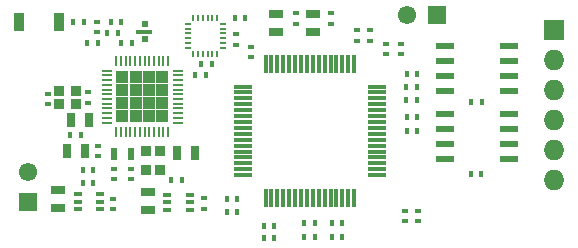
<source format=gts>
G04 #@! TF.FileFunction,Soldermask,Top*
%FSLAX46Y46*%
G04 Gerber Fmt 4.6, Leading zero omitted, Abs format (unit mm)*
G04 Created by KiCad (PCBNEW 4.0.6) date 12/04/17 16:36:58*
%MOMM*%
%LPD*%
G01*
G04 APERTURE LIST*
%ADD10C,0.150000*%
%ADD11R,0.428780X0.629440*%
%ADD12R,1.530000X0.330000*%
%ADD13R,0.330000X1.530000*%
%ADD14R,1.173000X0.665000*%
%ADD15R,0.629440X0.428780*%
%ADD16R,0.230000X0.530000*%
%ADD17R,0.230000X0.580000*%
%ADD18R,0.530000X0.230000*%
%ADD19R,0.580000X0.230000*%
%ADD20R,0.730000X0.330000*%
%ADD21R,0.630000X0.630000*%
%ADD22R,1.554000X1.554000*%
%ADD23C,1.554000*%
%ADD24R,0.830000X0.830000*%
%ADD25R,0.680000X0.430000*%
%ADD26R,0.665000X1.173000*%
%ADD27R,0.930000X0.830000*%
%ADD28R,0.830000X1.630000*%
%ADD29R,0.230000X0.830000*%
%ADD30R,0.830000X0.230000*%
%ADD31R,1.142500X1.142500*%
%ADD32R,0.630000X1.130000*%
%ADD33R,1.730000X1.730000*%
%ADD34O,1.730000X1.730000*%
%ADD35R,1.580000X0.630000*%
G04 APERTURE END LIST*
D10*
D11*
X305650420Y-134470000D03*
X306549580Y-134470000D03*
X305630420Y-140530000D03*
X306529580Y-140530000D03*
D12*
X297700000Y-140650000D03*
X297700000Y-140150000D03*
X297700000Y-139650000D03*
X297700000Y-139150000D03*
X297700000Y-138650000D03*
X297700000Y-138150000D03*
X297700000Y-137650000D03*
X297700000Y-137150000D03*
X297700000Y-136650000D03*
X297700000Y-136150000D03*
X297700000Y-135650000D03*
X297700000Y-135150000D03*
X297700000Y-134650000D03*
X297700000Y-134150000D03*
X297700000Y-133650000D03*
X297700000Y-133150000D03*
D13*
X295750000Y-131200000D03*
X295250000Y-131200000D03*
X294750000Y-131200000D03*
X294250000Y-131200000D03*
X293750000Y-131200000D03*
X293250000Y-131200000D03*
X292750000Y-131200000D03*
X292250000Y-131200000D03*
X291750000Y-131200000D03*
X291250000Y-131200000D03*
X290750000Y-131200000D03*
X290250000Y-131200000D03*
X289750000Y-131200000D03*
X289250000Y-131200000D03*
X288750000Y-131200000D03*
X288250000Y-131200000D03*
D12*
X286300000Y-133150000D03*
X286300000Y-133650000D03*
X286300000Y-134150000D03*
X286300000Y-134650000D03*
X286300000Y-135150000D03*
X286300000Y-135650000D03*
X286300000Y-136150000D03*
X286300000Y-136650000D03*
X286300000Y-137150000D03*
X286300000Y-137650000D03*
X286300000Y-138150000D03*
X286300000Y-138650000D03*
X286300000Y-139150000D03*
X286300000Y-139650000D03*
X286300000Y-140150000D03*
X286300000Y-140650000D03*
D13*
X288250000Y-142600000D03*
X288750000Y-142600000D03*
X289250000Y-142600000D03*
X289750000Y-142600000D03*
X290250000Y-142600000D03*
X290750000Y-142600000D03*
X291250000Y-142600000D03*
X291750000Y-142600000D03*
X292250000Y-142600000D03*
X292750000Y-142600000D03*
X293250000Y-142600000D03*
X293750000Y-142600000D03*
X294250000Y-142600000D03*
X294750000Y-142600000D03*
X295250000Y-142600000D03*
X295750000Y-142600000D03*
D14*
X278290000Y-142068000D03*
X278290000Y-143592000D03*
D15*
X283070000Y-143489580D03*
X283070000Y-142590420D03*
X274070000Y-139049580D03*
X274070000Y-138150420D03*
D16*
X282140000Y-130350000D03*
D17*
X282540000Y-130350000D03*
X282940000Y-130350000D03*
X283340000Y-130350000D03*
X283740000Y-130350000D03*
D16*
X284140000Y-130350000D03*
D18*
X284640000Y-129850000D03*
D19*
X284640000Y-129450000D03*
X284640000Y-129050000D03*
X284640000Y-128650000D03*
X284640000Y-128250000D03*
D18*
X284640000Y-127850000D03*
D16*
X284140000Y-127350000D03*
D17*
X283740000Y-127350000D03*
X283340000Y-127350000D03*
X282940000Y-127350000D03*
X282540000Y-127350000D03*
D16*
X282140000Y-127350000D03*
D18*
X281640000Y-127850000D03*
D19*
X281640000Y-128250000D03*
X281640000Y-128650000D03*
X281640000Y-129050000D03*
X281640000Y-129450000D03*
D18*
X281640000Y-129850000D03*
D11*
X283199580Y-132210000D03*
X282300420Y-132210000D03*
X283719580Y-131270000D03*
X282820420Y-131270000D03*
X285650420Y-127360000D03*
X286549580Y-127360000D03*
D15*
X285780000Y-128730420D03*
X285780000Y-129629580D03*
D20*
X278326500Y-128500000D03*
D21*
X278000000Y-129112500D03*
X278000000Y-127887500D03*
D20*
X277637500Y-128500000D03*
D11*
X275729580Y-128620000D03*
X274830420Y-128620000D03*
X273150420Y-129450000D03*
X274049580Y-129450000D03*
D14*
X289100000Y-128512000D03*
X289100000Y-126988000D03*
D22*
X302760000Y-127060000D03*
D23*
X300220000Y-127060000D03*
D15*
X297075000Y-128375420D03*
X297075000Y-129274580D03*
D11*
X288100420Y-144950000D03*
X288999580Y-144950000D03*
D24*
X279350000Y-140200000D03*
X279350000Y-138600000D03*
D11*
X288100420Y-146000000D03*
X288999580Y-146000000D03*
D25*
X274262500Y-143537500D03*
X274262500Y-142237500D03*
X272362500Y-142887500D03*
X274262500Y-142887500D03*
X272362500Y-142237500D03*
X272362500Y-143537500D03*
D15*
X290800000Y-127849580D03*
X290800000Y-126950420D03*
X296025000Y-128375420D03*
X296025000Y-129274580D03*
D11*
X284950420Y-142675000D03*
X285849580Y-142675000D03*
X300190420Y-132060000D03*
X301089580Y-132060000D03*
X285849580Y-143750000D03*
X284950420Y-143750000D03*
X291500420Y-145850000D03*
X292399580Y-145850000D03*
X291500420Y-144725000D03*
X292399580Y-144725000D03*
X294749580Y-145900000D03*
X293850420Y-145900000D03*
D15*
X286975000Y-129775420D03*
X286975000Y-130674580D03*
D11*
X294749580Y-144725000D03*
X293850420Y-144725000D03*
D15*
X293775000Y-126950420D03*
X293775000Y-127849580D03*
X299700000Y-129530420D03*
X299700000Y-130429580D03*
X298475000Y-129530420D03*
X298475000Y-130429580D03*
D14*
X292275000Y-126963000D03*
X292275000Y-128487000D03*
X270712500Y-141925500D03*
X270712500Y-143449500D03*
D11*
X272762920Y-141287500D03*
X273662080Y-141287500D03*
D15*
X275362500Y-143537080D03*
X275362500Y-142637920D03*
D11*
X280275420Y-141100000D03*
X281174580Y-141100000D03*
D15*
X300075000Y-144549580D03*
X300075000Y-143650420D03*
X301175000Y-144549580D03*
X301175000Y-143650420D03*
D11*
X300150420Y-133160000D03*
X301049580Y-133160000D03*
X300175420Y-134250000D03*
X301074580Y-134250000D03*
X300200420Y-135690000D03*
X301099580Y-135690000D03*
X300200420Y-136910000D03*
X301099580Y-136910000D03*
D24*
X278150000Y-140200000D03*
X278150000Y-138600000D03*
D22*
X268160000Y-142940000D03*
D23*
X268160000Y-140400000D03*
D26*
X272932000Y-138620000D03*
X271408000Y-138620000D03*
D27*
X270800000Y-133500000D03*
X272200000Y-133500000D03*
X270800000Y-134600000D03*
X272200000Y-134600000D03*
D15*
X275450000Y-140100420D03*
X275450000Y-140999580D03*
D11*
X273649580Y-140200000D03*
X272750420Y-140200000D03*
D15*
X269800000Y-133750420D03*
X269800000Y-134649580D03*
X273200000Y-134549580D03*
X273200000Y-133650420D03*
D11*
X276899580Y-129450000D03*
X276000420Y-129450000D03*
D15*
X276850000Y-140100420D03*
X276850000Y-140999580D03*
D28*
X270745000Y-127673000D03*
X267345000Y-127673000D03*
D11*
X272849580Y-127700000D03*
X271950420Y-127700000D03*
D15*
X274000000Y-127650420D03*
X274000000Y-128549580D03*
D11*
X276049580Y-127700000D03*
X275150420Y-127700000D03*
X271730420Y-137270000D03*
X272629580Y-137270000D03*
D26*
X273262000Y-136000000D03*
X271738000Y-136000000D03*
X280788000Y-138800000D03*
X282312000Y-138800000D03*
D29*
X275600000Y-137000000D03*
X276000000Y-137000000D03*
X276400000Y-137000000D03*
X276800000Y-137000000D03*
X277200000Y-137000000D03*
X277600000Y-137000000D03*
X278000000Y-137000000D03*
X278400000Y-137000000D03*
X278800000Y-137000000D03*
X279200000Y-137000000D03*
X279600000Y-137000000D03*
X280000000Y-137000000D03*
D30*
X280800000Y-136200000D03*
X280800000Y-135800000D03*
X280800000Y-135400000D03*
X280800000Y-135000000D03*
X280800000Y-134600000D03*
X280800000Y-134200000D03*
X280800000Y-133800000D03*
X280800000Y-133400000D03*
X280800000Y-133000000D03*
X280800000Y-132600000D03*
X280800000Y-132200000D03*
X280800000Y-131800000D03*
D29*
X280000000Y-131000000D03*
X279600000Y-131000000D03*
X279200000Y-131000000D03*
X278800000Y-131000000D03*
X278400000Y-131000000D03*
X278000000Y-131000000D03*
X277600000Y-131000000D03*
X277200000Y-131000000D03*
X276800000Y-131000000D03*
X276400000Y-131000000D03*
X276000000Y-131000000D03*
X275600000Y-131000000D03*
D30*
X274800000Y-131800000D03*
X274800000Y-132200000D03*
X274800000Y-132600000D03*
X274800000Y-133000000D03*
X274800000Y-133400000D03*
X274800000Y-133800000D03*
X274800000Y-134200000D03*
X274800000Y-134600000D03*
X274800000Y-135000000D03*
X274800000Y-135400000D03*
X274800000Y-135800000D03*
X274800000Y-136200000D03*
D31*
X279468750Y-132331250D03*
X278356250Y-132331250D03*
X277243750Y-132331250D03*
X276131250Y-132331250D03*
X279468750Y-133443750D03*
X278356250Y-133443750D03*
X277243750Y-133443750D03*
X276131250Y-133443750D03*
X279468750Y-134556250D03*
X278356250Y-134556250D03*
X277243750Y-134556250D03*
X276131250Y-134556250D03*
X279468750Y-135668750D03*
X278356250Y-135668750D03*
X277243750Y-135668750D03*
X276131250Y-135668750D03*
D32*
X276850000Y-138850000D03*
X275450000Y-138850000D03*
D25*
X281820000Y-143600000D03*
X281820000Y-142300000D03*
X279920000Y-142950000D03*
X281820000Y-142950000D03*
X279920000Y-142300000D03*
X279920000Y-143600000D03*
D33*
X312660000Y-128360000D03*
D34*
X312660000Y-130900000D03*
X312660000Y-133440000D03*
X312660000Y-135980000D03*
X312660000Y-138520000D03*
X312660000Y-141060000D03*
D35*
X308880000Y-136705000D03*
X308880000Y-139245000D03*
X308880000Y-137975000D03*
X308880000Y-135435000D03*
X303480000Y-135435000D03*
X303480000Y-136705000D03*
X303480000Y-137975000D03*
X303480000Y-139245000D03*
X308870000Y-131005000D03*
X308870000Y-133545000D03*
X308870000Y-132275000D03*
X308870000Y-129735000D03*
X303470000Y-129735000D03*
X303470000Y-131005000D03*
X303470000Y-132275000D03*
X303470000Y-133545000D03*
M02*

</source>
